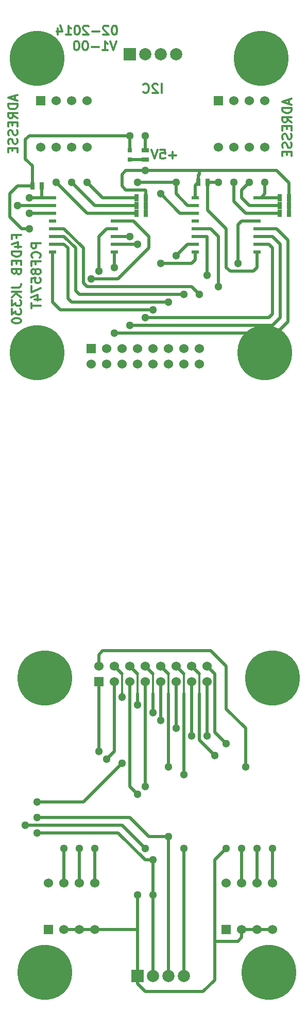
<source format=gbl>
G04 (created by PCBNEW (2013-07-07 BZR 4022)-stable) date dim. 09 mars 2014 21:57:11 CET*
%MOIN*%
G04 Gerber Fmt 3.4, Leading zero omitted, Abs format*
%FSLAX34Y34*%
G01*
G70*
G90*
G04 APERTURE LIST*
%ADD10C,0.00590551*%
%ADD11C,0.011811*%
%ADD12R,0.06X0.06*%
%ADD13C,0.06*%
%ADD14C,0.3543*%
%ADD15R,0.0787X0.0787*%
%ADD16C,0.0787*%
%ADD17R,0.0314X0.0314*%
%ADD18R,0.025X0.045*%
%ADD19R,0.045X0.025*%
%ADD20R,0.045X0.02*%
%ADD21C,0.0511811*%
%ADD22C,0.019685*%
%ADD23C,0.0137795*%
G04 APERTURE END LIST*
G54D10*
G54D11*
X17326Y-15489D02*
X17326Y-14898D01*
X17073Y-14954D02*
X17045Y-14926D01*
X16989Y-14898D01*
X16848Y-14898D01*
X16792Y-14926D01*
X16764Y-14954D01*
X16735Y-15010D01*
X16735Y-15067D01*
X16764Y-15151D01*
X17101Y-15489D01*
X16735Y-15489D01*
X16145Y-15432D02*
X16173Y-15460D01*
X16257Y-15489D01*
X16314Y-15489D01*
X16398Y-15460D01*
X16454Y-15404D01*
X16482Y-15348D01*
X16510Y-15235D01*
X16510Y-15151D01*
X16482Y-15039D01*
X16454Y-14982D01*
X16398Y-14926D01*
X16314Y-14898D01*
X16257Y-14898D01*
X16173Y-14926D01*
X16145Y-14954D01*
X7820Y-15672D02*
X7820Y-15953D01*
X7989Y-15615D02*
X7398Y-15812D01*
X7989Y-16009D01*
X7989Y-16206D02*
X7398Y-16206D01*
X7398Y-16347D01*
X7426Y-16431D01*
X7482Y-16487D01*
X7539Y-16515D01*
X7651Y-16543D01*
X7735Y-16543D01*
X7848Y-16515D01*
X7904Y-16487D01*
X7960Y-16431D01*
X7989Y-16347D01*
X7989Y-16206D01*
X7989Y-17134D02*
X7707Y-16937D01*
X7989Y-16796D02*
X7398Y-16796D01*
X7398Y-17021D01*
X7426Y-17078D01*
X7454Y-17106D01*
X7510Y-17134D01*
X7595Y-17134D01*
X7651Y-17106D01*
X7679Y-17078D01*
X7707Y-17021D01*
X7707Y-16796D01*
X7679Y-17387D02*
X7679Y-17584D01*
X7989Y-17668D02*
X7989Y-17387D01*
X7398Y-17387D01*
X7398Y-17668D01*
X7960Y-17893D02*
X7989Y-17978D01*
X7989Y-18118D01*
X7960Y-18174D01*
X7932Y-18203D01*
X7876Y-18231D01*
X7820Y-18231D01*
X7764Y-18203D01*
X7735Y-18174D01*
X7707Y-18118D01*
X7679Y-18006D01*
X7651Y-17949D01*
X7623Y-17921D01*
X7567Y-17893D01*
X7510Y-17893D01*
X7454Y-17921D01*
X7426Y-17949D01*
X7398Y-18006D01*
X7398Y-18146D01*
X7426Y-18231D01*
X7960Y-18456D02*
X7989Y-18540D01*
X7989Y-18681D01*
X7960Y-18737D01*
X7932Y-18765D01*
X7876Y-18793D01*
X7820Y-18793D01*
X7764Y-18765D01*
X7735Y-18737D01*
X7707Y-18681D01*
X7679Y-18568D01*
X7651Y-18512D01*
X7623Y-18484D01*
X7567Y-18456D01*
X7510Y-18456D01*
X7454Y-18484D01*
X7426Y-18512D01*
X7398Y-18568D01*
X7398Y-18709D01*
X7426Y-18793D01*
X7679Y-19046D02*
X7679Y-19243D01*
X7989Y-19327D02*
X7989Y-19046D01*
X7398Y-19046D01*
X7398Y-19327D01*
X25570Y-15922D02*
X25570Y-16203D01*
X25739Y-15865D02*
X25148Y-16062D01*
X25739Y-16259D01*
X25739Y-16456D02*
X25148Y-16456D01*
X25148Y-16597D01*
X25176Y-16681D01*
X25232Y-16737D01*
X25289Y-16765D01*
X25401Y-16793D01*
X25485Y-16793D01*
X25598Y-16765D01*
X25654Y-16737D01*
X25710Y-16681D01*
X25739Y-16597D01*
X25739Y-16456D01*
X25739Y-17384D02*
X25457Y-17187D01*
X25739Y-17046D02*
X25148Y-17046D01*
X25148Y-17271D01*
X25176Y-17328D01*
X25204Y-17356D01*
X25260Y-17384D01*
X25345Y-17384D01*
X25401Y-17356D01*
X25429Y-17328D01*
X25457Y-17271D01*
X25457Y-17046D01*
X25429Y-17637D02*
X25429Y-17834D01*
X25739Y-17918D02*
X25739Y-17637D01*
X25148Y-17637D01*
X25148Y-17918D01*
X25710Y-18143D02*
X25739Y-18228D01*
X25739Y-18368D01*
X25710Y-18424D01*
X25682Y-18453D01*
X25626Y-18481D01*
X25570Y-18481D01*
X25514Y-18453D01*
X25485Y-18424D01*
X25457Y-18368D01*
X25429Y-18256D01*
X25401Y-18199D01*
X25373Y-18171D01*
X25317Y-18143D01*
X25260Y-18143D01*
X25204Y-18171D01*
X25176Y-18199D01*
X25148Y-18256D01*
X25148Y-18396D01*
X25176Y-18481D01*
X25710Y-18706D02*
X25739Y-18790D01*
X25739Y-18931D01*
X25710Y-18987D01*
X25682Y-19015D01*
X25626Y-19043D01*
X25570Y-19043D01*
X25514Y-19015D01*
X25485Y-18987D01*
X25457Y-18931D01*
X25429Y-18818D01*
X25401Y-18762D01*
X25373Y-18734D01*
X25317Y-18706D01*
X25260Y-18706D01*
X25204Y-18734D01*
X25176Y-18762D01*
X25148Y-18818D01*
X25148Y-18959D01*
X25176Y-19043D01*
X25429Y-19296D02*
X25429Y-19493D01*
X25739Y-19577D02*
X25739Y-19296D01*
X25148Y-19296D01*
X25148Y-19577D01*
X18259Y-19514D02*
X17809Y-19514D01*
X18034Y-19739D02*
X18034Y-19289D01*
X17246Y-19148D02*
X17528Y-19148D01*
X17556Y-19429D01*
X17528Y-19401D01*
X17471Y-19373D01*
X17331Y-19373D01*
X17275Y-19401D01*
X17246Y-19429D01*
X17218Y-19485D01*
X17218Y-19626D01*
X17246Y-19682D01*
X17275Y-19710D01*
X17331Y-19739D01*
X17471Y-19739D01*
X17528Y-19710D01*
X17556Y-19682D01*
X17050Y-19148D02*
X16853Y-19739D01*
X16656Y-19148D01*
X7929Y-24856D02*
X7929Y-24659D01*
X8239Y-24659D02*
X7648Y-24659D01*
X7648Y-24940D01*
X7845Y-25419D02*
X8239Y-25419D01*
X7620Y-25278D02*
X8042Y-25137D01*
X8042Y-25503D01*
X8239Y-25728D02*
X7648Y-25728D01*
X7648Y-25868D01*
X7676Y-25953D01*
X7732Y-26009D01*
X7789Y-26037D01*
X7901Y-26065D01*
X7985Y-26065D01*
X8098Y-26037D01*
X8154Y-26009D01*
X8210Y-25953D01*
X8239Y-25868D01*
X8239Y-25728D01*
X7929Y-26318D02*
X7929Y-26515D01*
X8239Y-26600D02*
X8239Y-26318D01*
X7648Y-26318D01*
X7648Y-26600D01*
X7929Y-27050D02*
X7957Y-27134D01*
X7985Y-27162D01*
X8042Y-27190D01*
X8126Y-27190D01*
X8182Y-27162D01*
X8210Y-27134D01*
X8239Y-27078D01*
X8239Y-26853D01*
X7648Y-26853D01*
X7648Y-27050D01*
X7676Y-27106D01*
X7704Y-27134D01*
X7760Y-27162D01*
X7817Y-27162D01*
X7873Y-27134D01*
X7901Y-27106D01*
X7929Y-27050D01*
X7929Y-26853D01*
X7648Y-28062D02*
X8070Y-28062D01*
X8154Y-28034D01*
X8210Y-27978D01*
X8239Y-27893D01*
X8239Y-27837D01*
X8239Y-28343D02*
X7648Y-28343D01*
X8239Y-28681D02*
X7901Y-28428D01*
X7648Y-28681D02*
X7985Y-28343D01*
X7648Y-28877D02*
X7648Y-29243D01*
X7873Y-29046D01*
X7873Y-29131D01*
X7901Y-29187D01*
X7929Y-29215D01*
X7985Y-29243D01*
X8126Y-29243D01*
X8182Y-29215D01*
X8210Y-29187D01*
X8239Y-29131D01*
X8239Y-28962D01*
X8210Y-28906D01*
X8182Y-28877D01*
X7648Y-29440D02*
X7648Y-29805D01*
X7873Y-29609D01*
X7873Y-29693D01*
X7901Y-29749D01*
X7929Y-29777D01*
X7985Y-29805D01*
X8126Y-29805D01*
X8182Y-29777D01*
X8210Y-29749D01*
X8239Y-29693D01*
X8239Y-29524D01*
X8210Y-29468D01*
X8182Y-29440D01*
X7648Y-30171D02*
X7648Y-30227D01*
X7676Y-30284D01*
X7704Y-30312D01*
X7760Y-30340D01*
X7873Y-30368D01*
X8014Y-30368D01*
X8126Y-30340D01*
X8182Y-30312D01*
X8210Y-30284D01*
X8239Y-30227D01*
X8239Y-30171D01*
X8210Y-30115D01*
X8182Y-30087D01*
X8126Y-30059D01*
X8014Y-30030D01*
X7873Y-30030D01*
X7760Y-30059D01*
X7704Y-30087D01*
X7676Y-30115D01*
X7648Y-30171D01*
X9489Y-25197D02*
X8898Y-25197D01*
X8898Y-25422D01*
X8926Y-25478D01*
X8954Y-25506D01*
X9010Y-25534D01*
X9095Y-25534D01*
X9151Y-25506D01*
X9179Y-25478D01*
X9207Y-25422D01*
X9207Y-25197D01*
X9432Y-26125D02*
X9460Y-26097D01*
X9489Y-26012D01*
X9489Y-25956D01*
X9460Y-25872D01*
X9404Y-25815D01*
X9348Y-25787D01*
X9235Y-25759D01*
X9151Y-25759D01*
X9039Y-25787D01*
X8982Y-25815D01*
X8926Y-25872D01*
X8898Y-25956D01*
X8898Y-26012D01*
X8926Y-26097D01*
X8954Y-26125D01*
X9179Y-26575D02*
X9179Y-26378D01*
X9489Y-26378D02*
X8898Y-26378D01*
X8898Y-26659D01*
X9151Y-26968D02*
X9123Y-26912D01*
X9095Y-26884D01*
X9039Y-26856D01*
X9010Y-26856D01*
X8954Y-26884D01*
X8926Y-26912D01*
X8898Y-26968D01*
X8898Y-27081D01*
X8926Y-27137D01*
X8954Y-27165D01*
X9010Y-27193D01*
X9039Y-27193D01*
X9095Y-27165D01*
X9123Y-27137D01*
X9151Y-27081D01*
X9151Y-26968D01*
X9179Y-26912D01*
X9207Y-26884D01*
X9264Y-26856D01*
X9376Y-26856D01*
X9432Y-26884D01*
X9460Y-26912D01*
X9489Y-26968D01*
X9489Y-27081D01*
X9460Y-27137D01*
X9432Y-27165D01*
X9376Y-27193D01*
X9264Y-27193D01*
X9207Y-27165D01*
X9179Y-27137D01*
X9151Y-27081D01*
X8898Y-27728D02*
X8898Y-27446D01*
X9179Y-27418D01*
X9151Y-27446D01*
X9123Y-27503D01*
X9123Y-27643D01*
X9151Y-27699D01*
X9179Y-27728D01*
X9235Y-27756D01*
X9376Y-27756D01*
X9432Y-27728D01*
X9460Y-27699D01*
X9489Y-27643D01*
X9489Y-27503D01*
X9460Y-27446D01*
X9432Y-27418D01*
X8898Y-27953D02*
X8898Y-28346D01*
X9489Y-28093D01*
X9095Y-28824D02*
X9489Y-28824D01*
X8870Y-28684D02*
X9292Y-28543D01*
X9292Y-28909D01*
X8898Y-29049D02*
X8898Y-29387D01*
X9489Y-29218D02*
X8898Y-29218D01*
X14406Y-12148D02*
X14209Y-12739D01*
X14012Y-12148D01*
X13506Y-12739D02*
X13843Y-12739D01*
X13674Y-12739D02*
X13674Y-12148D01*
X13731Y-12232D01*
X13787Y-12289D01*
X13843Y-12317D01*
X13253Y-12514D02*
X12803Y-12514D01*
X12409Y-12148D02*
X12353Y-12148D01*
X12296Y-12176D01*
X12268Y-12204D01*
X12240Y-12260D01*
X12212Y-12373D01*
X12212Y-12514D01*
X12240Y-12626D01*
X12268Y-12682D01*
X12296Y-12710D01*
X12353Y-12739D01*
X12409Y-12739D01*
X12465Y-12710D01*
X12493Y-12682D01*
X12521Y-12626D01*
X12550Y-12514D01*
X12550Y-12373D01*
X12521Y-12260D01*
X12493Y-12204D01*
X12465Y-12176D01*
X12409Y-12148D01*
X11847Y-12148D02*
X11790Y-12148D01*
X11734Y-12176D01*
X11706Y-12204D01*
X11678Y-12260D01*
X11650Y-12373D01*
X11650Y-12514D01*
X11678Y-12626D01*
X11706Y-12682D01*
X11734Y-12710D01*
X11790Y-12739D01*
X11847Y-12739D01*
X11903Y-12710D01*
X11931Y-12682D01*
X11959Y-12626D01*
X11987Y-12514D01*
X11987Y-12373D01*
X11959Y-12260D01*
X11931Y-12204D01*
X11903Y-12176D01*
X11847Y-12148D01*
X14299Y-11148D02*
X14243Y-11148D01*
X14187Y-11176D01*
X14159Y-11204D01*
X14131Y-11260D01*
X14102Y-11373D01*
X14102Y-11514D01*
X14131Y-11626D01*
X14159Y-11682D01*
X14187Y-11710D01*
X14243Y-11739D01*
X14299Y-11739D01*
X14356Y-11710D01*
X14384Y-11682D01*
X14412Y-11626D01*
X14440Y-11514D01*
X14440Y-11373D01*
X14412Y-11260D01*
X14384Y-11204D01*
X14356Y-11176D01*
X14299Y-11148D01*
X13877Y-11204D02*
X13849Y-11176D01*
X13793Y-11148D01*
X13652Y-11148D01*
X13596Y-11176D01*
X13568Y-11204D01*
X13540Y-11260D01*
X13540Y-11317D01*
X13568Y-11401D01*
X13906Y-11739D01*
X13540Y-11739D01*
X13287Y-11514D02*
X12837Y-11514D01*
X12584Y-11204D02*
X12556Y-11176D01*
X12499Y-11148D01*
X12359Y-11148D01*
X12303Y-11176D01*
X12275Y-11204D01*
X12246Y-11260D01*
X12246Y-11317D01*
X12275Y-11401D01*
X12612Y-11739D01*
X12246Y-11739D01*
X11881Y-11148D02*
X11825Y-11148D01*
X11768Y-11176D01*
X11740Y-11204D01*
X11712Y-11260D01*
X11684Y-11373D01*
X11684Y-11514D01*
X11712Y-11626D01*
X11740Y-11682D01*
X11768Y-11710D01*
X11825Y-11739D01*
X11881Y-11739D01*
X11937Y-11710D01*
X11965Y-11682D01*
X11993Y-11626D01*
X12021Y-11514D01*
X12021Y-11373D01*
X11993Y-11260D01*
X11965Y-11204D01*
X11937Y-11176D01*
X11881Y-11148D01*
X11122Y-11739D02*
X11459Y-11739D01*
X11290Y-11739D02*
X11290Y-11148D01*
X11347Y-11232D01*
X11403Y-11289D01*
X11459Y-11317D01*
X10615Y-11345D02*
X10615Y-11739D01*
X10756Y-11120D02*
X10897Y-11542D01*
X10531Y-11542D01*
G54D12*
X12750Y-32000D03*
G54D13*
X12750Y-33000D03*
X13750Y-32000D03*
X13750Y-33000D03*
X14750Y-32000D03*
X14750Y-33000D03*
X15750Y-32000D03*
X15750Y-33000D03*
X16750Y-32000D03*
X16750Y-33000D03*
X17750Y-32000D03*
X17750Y-33000D03*
X18750Y-32000D03*
X18750Y-33000D03*
X19750Y-32000D03*
X19750Y-33000D03*
G54D14*
X9250Y-13250D03*
X23750Y-13250D03*
X9250Y-32250D03*
X24000Y-32250D03*
G54D15*
X15250Y-13000D03*
G54D16*
X16250Y-13000D03*
X17250Y-13000D03*
X18250Y-13000D03*
G54D17*
X15250Y-19795D03*
X15250Y-19205D03*
G54D18*
X19700Y-21250D03*
X20300Y-21250D03*
X9550Y-21500D03*
X8950Y-21500D03*
G54D19*
X16250Y-19200D03*
X16250Y-19800D03*
G54D18*
X15700Y-23250D03*
X16300Y-23250D03*
X15700Y-22750D03*
X16300Y-22750D03*
X15700Y-22250D03*
X16300Y-22250D03*
X24950Y-23250D03*
X25550Y-23250D03*
X24950Y-22750D03*
X25550Y-22750D03*
X24950Y-22250D03*
X25550Y-22250D03*
G54D20*
X14250Y-22250D03*
X14250Y-22750D03*
X14250Y-23250D03*
X14250Y-23750D03*
X14250Y-24250D03*
X14250Y-24750D03*
X14250Y-25250D03*
X14250Y-25750D03*
X10250Y-25750D03*
X10250Y-25250D03*
X10250Y-24750D03*
X10250Y-24250D03*
X10250Y-23750D03*
X10250Y-23250D03*
X10250Y-22750D03*
X10250Y-22250D03*
X23500Y-22250D03*
X23500Y-22750D03*
X23500Y-23250D03*
X23500Y-23750D03*
X23500Y-24250D03*
X23500Y-24750D03*
X23500Y-25250D03*
X23500Y-25750D03*
X19500Y-25750D03*
X19500Y-25250D03*
X19500Y-24750D03*
X19500Y-24250D03*
X19500Y-23750D03*
X19500Y-23250D03*
X19500Y-22750D03*
X19500Y-22250D03*
G54D12*
X9500Y-16000D03*
G54D13*
X10500Y-16000D03*
X11500Y-16000D03*
X12500Y-16000D03*
X12500Y-19000D03*
X11500Y-19000D03*
X10500Y-19000D03*
X9500Y-19000D03*
G54D12*
X21000Y-16000D03*
G54D13*
X22000Y-16000D03*
X23000Y-16000D03*
X24000Y-16000D03*
X24000Y-19000D03*
X23000Y-19000D03*
X22000Y-19000D03*
X21000Y-19000D03*
G54D12*
X21500Y-69500D03*
G54D13*
X22500Y-69500D03*
X23500Y-69500D03*
X24500Y-69500D03*
X24500Y-66500D03*
X23500Y-66500D03*
X22500Y-66500D03*
X21500Y-66500D03*
G54D12*
X10000Y-69500D03*
G54D13*
X11000Y-69500D03*
X12000Y-69500D03*
X13000Y-69500D03*
X13000Y-66500D03*
X12000Y-66500D03*
X11000Y-66500D03*
X10000Y-66500D03*
G54D15*
X15750Y-72500D03*
G54D16*
X16750Y-72500D03*
X17750Y-72500D03*
X18750Y-72500D03*
G54D14*
X24500Y-53250D03*
X9750Y-53250D03*
X24250Y-72250D03*
X9750Y-72250D03*
G54D12*
X13250Y-53500D03*
G54D13*
X13250Y-52500D03*
X14250Y-53500D03*
X14250Y-52500D03*
X15250Y-53500D03*
X15250Y-52500D03*
X16250Y-53500D03*
X16250Y-52500D03*
X17250Y-53500D03*
X17250Y-52500D03*
X18250Y-53500D03*
X18250Y-52500D03*
X19250Y-53500D03*
X19250Y-52500D03*
X20250Y-53500D03*
X20250Y-52500D03*
G54D21*
X16250Y-18250D03*
X16250Y-20500D03*
X8750Y-22250D03*
X9250Y-63250D03*
X16750Y-65000D03*
X16750Y-67250D03*
X21000Y-21250D03*
X14250Y-26750D03*
X8750Y-24250D03*
X15250Y-18250D03*
X15750Y-67250D03*
X9250Y-61250D03*
X14750Y-58750D03*
X21500Y-64250D03*
X11500Y-21250D03*
X12000Y-64250D03*
X19750Y-28500D03*
X20250Y-57000D03*
X18750Y-28500D03*
X19250Y-57000D03*
X22250Y-26500D03*
X22750Y-59000D03*
X14250Y-31000D03*
X14750Y-54500D03*
X15250Y-30500D03*
X15750Y-55000D03*
X17750Y-29000D03*
X18250Y-56500D03*
X16250Y-30000D03*
X16750Y-55500D03*
X17250Y-26500D03*
X17750Y-59000D03*
X18250Y-26000D03*
X18750Y-59500D03*
X20250Y-27250D03*
X20750Y-58250D03*
X21000Y-28000D03*
X21500Y-57500D03*
X12750Y-27500D03*
X13250Y-58000D03*
X13250Y-27000D03*
X13750Y-58500D03*
X15250Y-24750D03*
X15750Y-60750D03*
X15750Y-25250D03*
X16250Y-60250D03*
X16750Y-29500D03*
X17250Y-56000D03*
X12500Y-21250D03*
X13000Y-64250D03*
X8000Y-22750D03*
X15750Y-21250D03*
X18250Y-21250D03*
X18750Y-64250D03*
X16250Y-64250D03*
X8500Y-62750D03*
X8750Y-23250D03*
X17250Y-22000D03*
X17750Y-63500D03*
X9250Y-62250D03*
X10500Y-21250D03*
X11000Y-64250D03*
X24000Y-21250D03*
X24500Y-64250D03*
X23000Y-21250D03*
X23500Y-64250D03*
X22000Y-21250D03*
X22500Y-64250D03*
G54D22*
X9500Y-22250D02*
X10250Y-22250D01*
X25550Y-22750D02*
X25550Y-22250D01*
X25550Y-23250D02*
X25550Y-22750D01*
X19700Y-20800D02*
X19700Y-21250D01*
X19750Y-20750D02*
X19700Y-20800D01*
X19750Y-20500D02*
X19750Y-20750D01*
X21750Y-20500D02*
X19750Y-20500D01*
X24750Y-20500D02*
X21750Y-20500D01*
X25550Y-21300D02*
X24750Y-20500D01*
X25550Y-22250D02*
X25550Y-21300D01*
X19500Y-21450D02*
X19700Y-21250D01*
X19500Y-22250D02*
X19500Y-21450D01*
X16250Y-18250D02*
X16250Y-19200D01*
X19750Y-20500D02*
X16250Y-20500D01*
X8750Y-22250D02*
X9500Y-22250D01*
X16300Y-22250D02*
X16300Y-22750D01*
X16300Y-22750D02*
X16300Y-23250D01*
X9550Y-22250D02*
X9500Y-22250D01*
X9550Y-21500D02*
X9550Y-22250D01*
X16300Y-21800D02*
X16250Y-21750D01*
X16250Y-21750D02*
X15000Y-21750D01*
X15000Y-21750D02*
X14750Y-21500D01*
X14750Y-21500D02*
X14750Y-20750D01*
X14750Y-20750D02*
X15000Y-20500D01*
X15000Y-20500D02*
X16250Y-20500D01*
X16300Y-22250D02*
X16300Y-21800D01*
X16750Y-72500D02*
X16750Y-69000D01*
X16750Y-69000D02*
X16750Y-67250D01*
X16750Y-65000D02*
X16250Y-65000D01*
X16250Y-65000D02*
X14500Y-63250D01*
X14500Y-63250D02*
X9250Y-63250D01*
X16750Y-65000D02*
X16750Y-67250D01*
X20300Y-23050D02*
X21500Y-24250D01*
X21500Y-24250D02*
X21500Y-26500D01*
X21500Y-26500D02*
X21500Y-26750D01*
X21500Y-26750D02*
X21750Y-27000D01*
X21750Y-27000D02*
X23000Y-27000D01*
X23000Y-27000D02*
X23250Y-27000D01*
X23250Y-27000D02*
X23500Y-26750D01*
X23500Y-26750D02*
X23500Y-25750D01*
X20300Y-21250D02*
X20300Y-23050D01*
X15250Y-18250D02*
X15250Y-19205D01*
X20300Y-21250D02*
X21000Y-21250D01*
X8950Y-20200D02*
X8500Y-19750D01*
X8500Y-19750D02*
X8500Y-18500D01*
X8500Y-18500D02*
X8750Y-18250D01*
X8750Y-18250D02*
X15250Y-18250D01*
X8950Y-21500D02*
X8950Y-20200D01*
X8750Y-24250D02*
X8250Y-24250D01*
X8250Y-24250D02*
X7500Y-23500D01*
X7500Y-23500D02*
X7500Y-22000D01*
X7500Y-22000D02*
X8000Y-21500D01*
X8000Y-21500D02*
X8950Y-21500D01*
X14250Y-25750D02*
X14250Y-26750D01*
X13000Y-69500D02*
X15750Y-69500D01*
X15750Y-67250D02*
X15750Y-69500D01*
X15750Y-69500D02*
X15750Y-72500D01*
X20750Y-70250D02*
X20750Y-72750D01*
X15750Y-73000D02*
X15750Y-72500D01*
X16250Y-73500D02*
X15750Y-73000D01*
X20000Y-73500D02*
X16250Y-73500D01*
X20750Y-72750D02*
X20000Y-73500D01*
X12250Y-61250D02*
X9250Y-61250D01*
X14750Y-58750D02*
X12250Y-61250D01*
X20750Y-65000D02*
X20750Y-70250D01*
X21500Y-64250D02*
X20750Y-65000D01*
X22500Y-69500D02*
X22500Y-70000D01*
X22500Y-70000D02*
X22250Y-70250D01*
X22250Y-70250D02*
X20750Y-70250D01*
X23500Y-69500D02*
X24500Y-69500D01*
X22500Y-69500D02*
X23500Y-69500D01*
X12000Y-69500D02*
X13000Y-69500D01*
X11000Y-69500D02*
X12000Y-69500D01*
X13000Y-22750D02*
X11500Y-21250D01*
X14250Y-22750D02*
X13000Y-22750D01*
X14250Y-22750D02*
X15700Y-22750D01*
X12000Y-64250D02*
X12000Y-66500D01*
X16245Y-19795D02*
X16250Y-19800D01*
X15250Y-19795D02*
X16245Y-19795D01*
X19750Y-28500D02*
X19250Y-28000D01*
X19250Y-28000D02*
X12500Y-28000D01*
X12500Y-28000D02*
X12250Y-27750D01*
X12250Y-27750D02*
X12250Y-25500D01*
X12250Y-25500D02*
X11000Y-24250D01*
X11000Y-24250D02*
X10250Y-24250D01*
X20250Y-53500D02*
X20250Y-57000D01*
X12000Y-28500D02*
X18750Y-28500D01*
X11750Y-28250D02*
X12000Y-28500D01*
X11750Y-25500D02*
X11750Y-28250D01*
X11000Y-24750D02*
X11750Y-25500D01*
X10250Y-24750D02*
X11000Y-24750D01*
X19250Y-57000D02*
X19250Y-53500D01*
X22500Y-23750D02*
X22250Y-24000D01*
X22250Y-24000D02*
X22250Y-26500D01*
X23500Y-23750D02*
X22500Y-23750D01*
X20500Y-51500D02*
X21500Y-52500D01*
X21500Y-55250D02*
X21500Y-52500D01*
X22750Y-56500D02*
X21500Y-55250D01*
X19750Y-51500D02*
X20500Y-51500D01*
X13250Y-52500D02*
X13250Y-51750D01*
X13500Y-51500D02*
X19750Y-51500D01*
X13250Y-51750D02*
X13500Y-51500D01*
X22750Y-56500D02*
X22750Y-59000D01*
X23500Y-24250D02*
X24750Y-24250D01*
X24750Y-24250D02*
X25500Y-25000D01*
X25500Y-25000D02*
X25500Y-30250D01*
X25500Y-30250D02*
X24750Y-31000D01*
X23000Y-31000D02*
X14250Y-31000D01*
X24750Y-31000D02*
X23000Y-31000D01*
X14750Y-53000D02*
X14250Y-52500D01*
G54D23*
X14750Y-54250D02*
X14750Y-53000D01*
G54D22*
X14750Y-54500D02*
X14750Y-54250D01*
X15250Y-30500D02*
X23500Y-30500D01*
X24500Y-30500D02*
X25000Y-30000D01*
X25000Y-30000D02*
X25000Y-25250D01*
X25000Y-25250D02*
X24500Y-24750D01*
X24500Y-24750D02*
X23500Y-24750D01*
X23500Y-30500D02*
X24500Y-30500D01*
X15750Y-54250D02*
X15750Y-55000D01*
G54D23*
X15750Y-54250D02*
X15750Y-53000D01*
G54D22*
X15250Y-52500D02*
X15750Y-53000D01*
X11250Y-25500D02*
X11000Y-25250D01*
X11000Y-25250D02*
X10250Y-25250D01*
X11250Y-28750D02*
X11250Y-25500D01*
X11500Y-29000D02*
X11250Y-28750D01*
X17750Y-29000D02*
X11500Y-29000D01*
X18250Y-53500D02*
X18250Y-56500D01*
X23750Y-30000D02*
X16250Y-30000D01*
X24500Y-29750D02*
X24250Y-30000D01*
X24250Y-30000D02*
X23750Y-30000D01*
X24250Y-25250D02*
X24500Y-25500D01*
X24500Y-25500D02*
X24500Y-29500D01*
X24500Y-29500D02*
X24500Y-29750D01*
X23500Y-25250D02*
X24250Y-25250D01*
X16750Y-53000D02*
X16250Y-52500D01*
G54D23*
X16750Y-54250D02*
X16750Y-53000D01*
G54D22*
X16750Y-55500D02*
X16750Y-54250D01*
X17250Y-26500D02*
X19250Y-26500D01*
X19250Y-26500D02*
X19500Y-26250D01*
X19500Y-26250D02*
X19500Y-25750D01*
X17750Y-57000D02*
X17750Y-59000D01*
X17750Y-54250D02*
X17750Y-57000D01*
G54D23*
X17750Y-54250D02*
X17750Y-53000D01*
G54D22*
X17250Y-52500D02*
X17750Y-53000D01*
X18250Y-26000D02*
X19000Y-25250D01*
X19000Y-25250D02*
X19500Y-25250D01*
X18750Y-58000D02*
X18750Y-59500D01*
X18750Y-54250D02*
X18750Y-58000D01*
G54D23*
X18750Y-54250D02*
X18750Y-53000D01*
G54D22*
X18250Y-52500D02*
X18750Y-53000D01*
X20250Y-24750D02*
X20250Y-27250D01*
X19500Y-24750D02*
X19750Y-24750D01*
X19750Y-24750D02*
X20250Y-24750D01*
X20750Y-58250D02*
X19750Y-57250D01*
X19750Y-57250D02*
X19750Y-54250D01*
X19750Y-53000D02*
X19250Y-52500D01*
G54D23*
X19750Y-54250D02*
X19750Y-53000D01*
G54D22*
X21000Y-28000D02*
X21000Y-25000D01*
X21000Y-24750D02*
X21000Y-25000D01*
X19500Y-24250D02*
X20250Y-24250D01*
X20500Y-24250D02*
X21000Y-24750D01*
X20250Y-24250D02*
X20500Y-24250D01*
X20750Y-56750D02*
X21500Y-57500D01*
X20750Y-53000D02*
X20750Y-56750D01*
X20250Y-52500D02*
X20750Y-53000D01*
X16500Y-24750D02*
X15500Y-23750D01*
X15500Y-23750D02*
X14250Y-23750D01*
X12750Y-27500D02*
X14250Y-27500D01*
X14500Y-27500D02*
X16500Y-25500D01*
X16500Y-25500D02*
X16500Y-24750D01*
X14250Y-27500D02*
X14500Y-27500D01*
X13250Y-53500D02*
X13250Y-58000D01*
X14250Y-24250D02*
X13750Y-24250D01*
X13750Y-24250D02*
X13250Y-24750D01*
X13250Y-27000D02*
X13250Y-24750D01*
X14250Y-53500D02*
X14250Y-58000D01*
X14250Y-58000D02*
X13750Y-58500D01*
X15250Y-24750D02*
X14250Y-24750D01*
X15250Y-53500D02*
X15250Y-60250D01*
X15250Y-60250D02*
X15750Y-60750D01*
X15750Y-25250D02*
X14250Y-25250D01*
X16250Y-53500D02*
X16250Y-60250D01*
X10250Y-29000D02*
X10250Y-25750D01*
X10750Y-29500D02*
X10250Y-29000D01*
X16750Y-29500D02*
X10750Y-29500D01*
X17250Y-53500D02*
X17250Y-56000D01*
X12500Y-21250D02*
X13500Y-22250D01*
X13500Y-22250D02*
X14250Y-22250D01*
X14250Y-22250D02*
X15700Y-22250D01*
X13000Y-66500D02*
X13000Y-64250D01*
X10250Y-22750D02*
X8000Y-22750D01*
X19000Y-22750D02*
X18250Y-22000D01*
X18250Y-22000D02*
X18250Y-21250D01*
X19500Y-22750D02*
X19000Y-22750D01*
X18250Y-21250D02*
X15750Y-21250D01*
X18750Y-72500D02*
X18750Y-69000D01*
X18750Y-69000D02*
X18750Y-64250D01*
X14750Y-62750D02*
X8500Y-62750D01*
X16250Y-64250D02*
X14750Y-62750D01*
X8750Y-23250D02*
X10250Y-23250D01*
X18500Y-23250D02*
X17250Y-22000D01*
X19500Y-23250D02*
X18500Y-23250D01*
X17750Y-72500D02*
X17750Y-69000D01*
X17750Y-69000D02*
X17750Y-63500D01*
X13750Y-62250D02*
X15250Y-62250D01*
X15250Y-62250D02*
X16500Y-63500D01*
X16500Y-63500D02*
X17750Y-63500D01*
X13750Y-62250D02*
X9250Y-62250D01*
X12500Y-23250D02*
X10500Y-21250D01*
X14250Y-23250D02*
X12500Y-23250D01*
X14250Y-23250D02*
X15700Y-23250D01*
X11000Y-64250D02*
X11000Y-66500D01*
X23750Y-22250D02*
X24000Y-22000D01*
X24000Y-22000D02*
X24000Y-21250D01*
X23500Y-22250D02*
X23750Y-22250D01*
X23500Y-22250D02*
X24950Y-22250D01*
X24500Y-64250D02*
X24500Y-66500D01*
X23000Y-21250D02*
X22750Y-21500D01*
X22750Y-21500D02*
X22500Y-21750D01*
X22500Y-21750D02*
X22500Y-22250D01*
X22500Y-22250D02*
X23000Y-22750D01*
X23000Y-22750D02*
X23500Y-22750D01*
X23500Y-22750D02*
X24950Y-22750D01*
X23500Y-66500D02*
X23500Y-64250D01*
X22750Y-23250D02*
X22000Y-22500D01*
X22000Y-22500D02*
X22000Y-21250D01*
X23500Y-23250D02*
X22750Y-23250D01*
X23500Y-23250D02*
X24950Y-23250D01*
X22500Y-64250D02*
X22500Y-66500D01*
M02*

</source>
